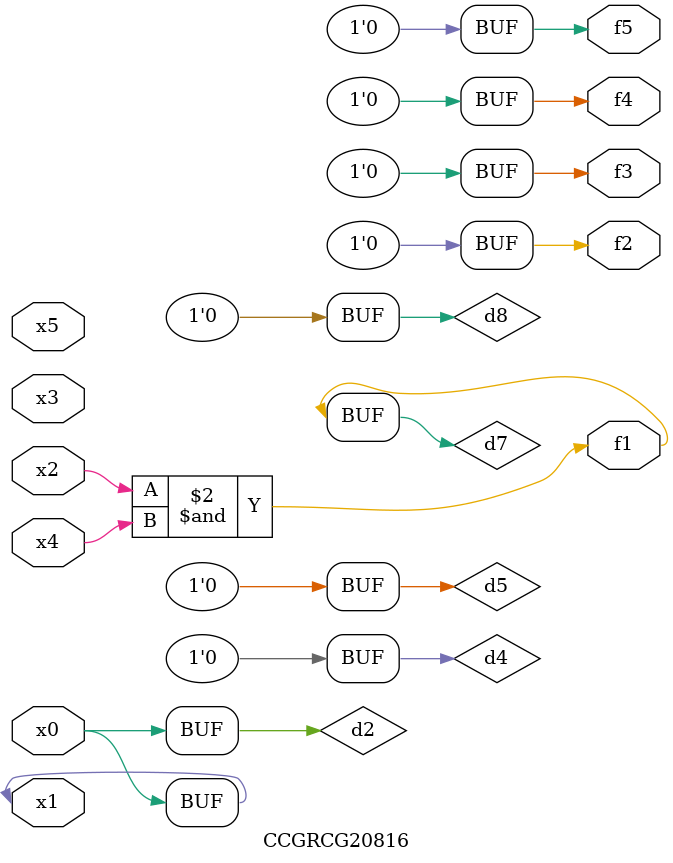
<source format=v>
module CCGRCG20816(
	input x0, x1, x2, x3, x4, x5,
	output f1, f2, f3, f4, f5
);

	wire d1, d2, d3, d4, d5, d6, d7, d8, d9;

	nand (d1, x1);
	buf (d2, x0, x1);
	nand (d3, x2, x4);
	and (d4, d1, d2);
	and (d5, d1, d2);
	nand (d6, d1, d3);
	not (d7, d3);
	xor (d8, d5);
	nor (d9, d5, d6);
	assign f1 = d7;
	assign f2 = d8;
	assign f3 = d8;
	assign f4 = d8;
	assign f5 = d8;
endmodule

</source>
